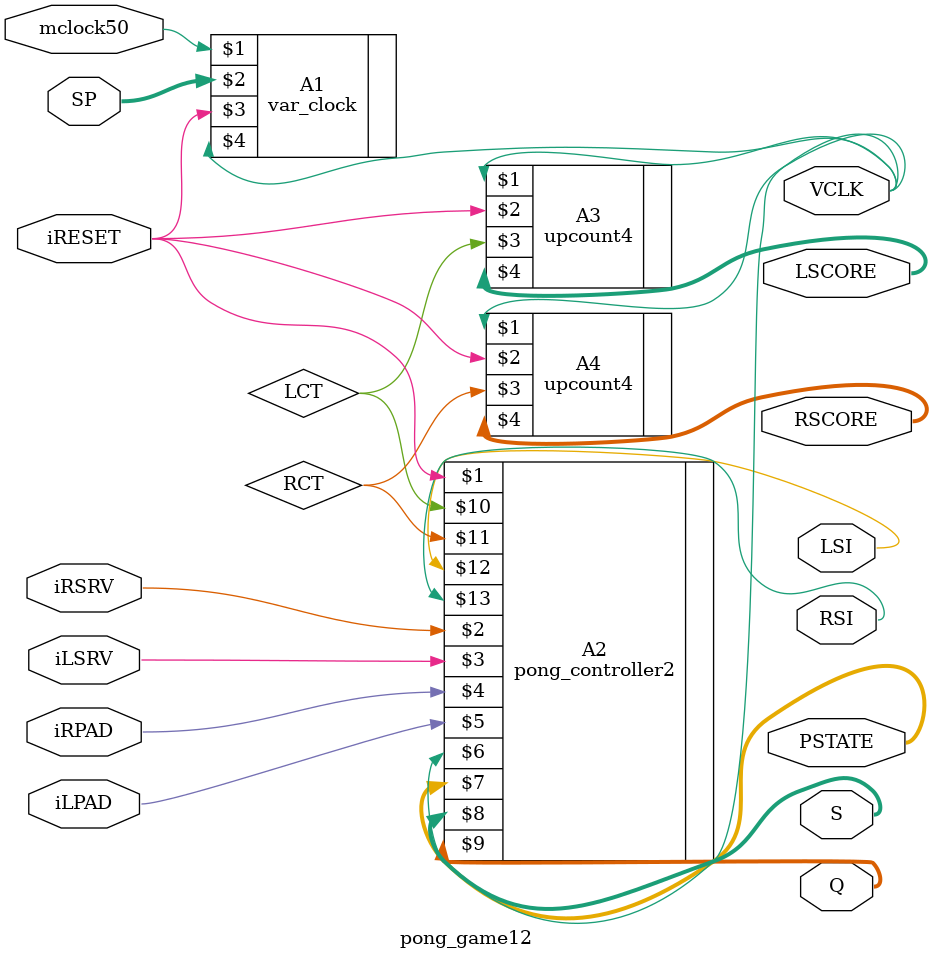
<source format=v>
module pong_game12( iRESET, iRSRV, iLSRV, iRPAD, iLPAD, SP, mclock50, Q, LSCORE, RSCORE, LSI, RSI, PSTATE, VCLK, S);
	input  iRESET, iRSRV, iLSRV, iRPAD, iLPAD, mclock50;
	input [2:0]SP;
	output LSI, RSI, VCLK;
	output [11:0]Q;
	output [3:0]LSCORE, RSCORE;
	output [9:1]PSTATE;
	output [1:0]S;
	wire LCT, RCT;
	
	var_clock A1(mclock50, SP, iRESET, VCLK);
	pong_controller2 A2(iRESET, iRSRV, iLSRV, iRPAD, iLPAD, VCLK, PSTATE, S, Q, LCT, RCT, LSI, RSI);
	upcount4 A3(VCLK, iRESET, LCT, LSCORE);
	upcount4 A4(VCLK, iRESET, RCT, RSCORE);
	
endmodule

</source>
